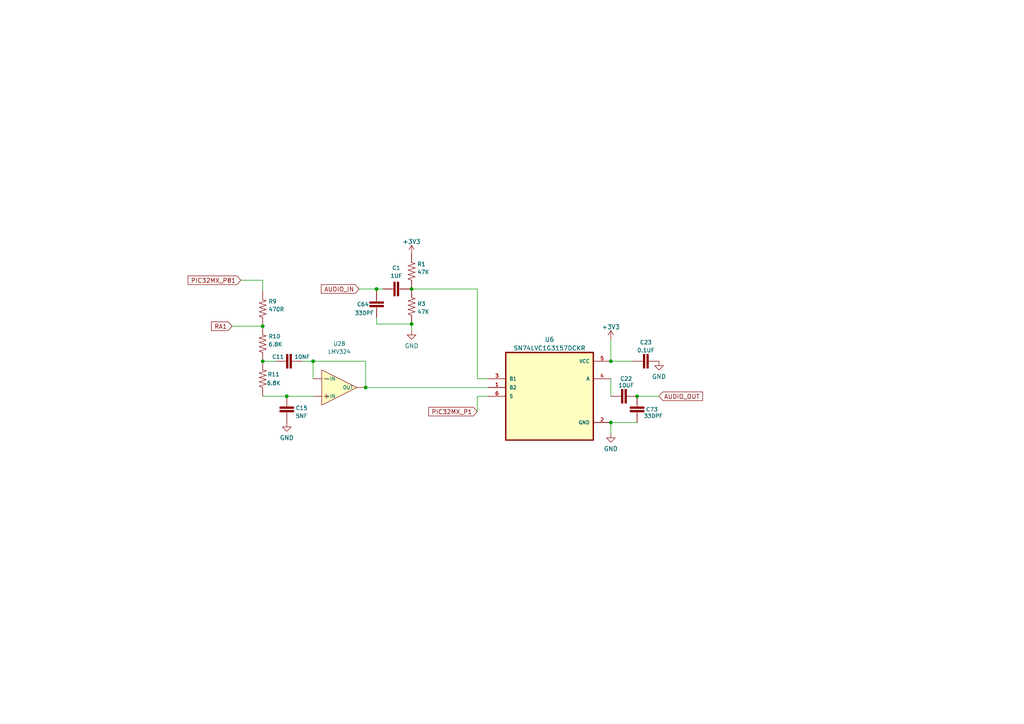
<source format=kicad_sch>
(kicad_sch (version 20211123) (generator eeschema)
  (paper "A4")
  (lib_symbols
    (symbol "Analog_Switch:SN74LVC1G3157DCKR" (pin_names (offset 1.016))
      (property "Reference" "U" (at -12.7 13.6906 0))
      (property "Value" "SN74LVC1G3157DCKR" (at -12.7 -16.6878 0))
      (symbol "SN74LVC1G3157DCKR_0_0"
        (rectangle (start -12.7 -12.7) (end 12.7 12.7) (stroke (width 0.4064)) (fill (type background)))
        (pin input line (at -17.78 2.54 0) (length 5.08) (name "B2") (number "1"))
        (pin power_in line (at 17.78 -7.62 180) (length 5.08) (name "GND") (number "2"))
        (pin input line (at -17.78 5.08 0) (length 5.08) (name "B1") (number "3"))
        (pin output line (at 17.78 5.08 180) (length 5.08) (name "A") (number "4"))
        (pin power_in line (at 17.78 10.16 180) (length 5.08) (name "VCC") (number "5"))
        (pin input line (at -17.78 0 0) (length 5.08) (name "S") (number "6"))
      )
    )
    (symbol "SparkFun-Capacitors:0.1UF-0402-16V-10%" (pin_numbers hide) (pin_names (offset 1.016) hide)
      (property "Reference" "C" (at 1.524 2.921 0))
      (property "Value" "0.1UF-0402-16V-10%" (at 1.524 -2.159 0))
      (property "Field4" "CAP-12416" (at 0 7.62 0))
      (symbol "0.1UF-0402-16V-10%_1_0"
        (polyline (pts (xy 0 0) (xy 0 0.508)))
        (polyline (pts (xy 0 2.54) (xy 0 2.032)))
      )
      (symbol "0.1UF-0402-16V-10%_1_1"
        (rectangle (start -2.032 0.508) (end 2.032 1.016) (fill (type outline)))
        (rectangle (start -2.032 1.524) (end 2.032 2.032) (fill (type outline)))
        (pin passive line (at 0 5.08 270) (length 2.54) (name "1") (number "1"))
        (pin passive line (at 0 -2.54 90) (length 2.54) (name "2") (number "2"))
      )
    )
    (symbol "SparkFun-Capacitors:1.0UF-0402-16V-10%" (pin_numbers hide) (pin_names (offset 1.016) hide)
      (property "Reference" "C" (at 1.524 2.921 0))
      (property "Value" "1.0UF-0402-16V-10%" (at 1.524 -2.159 0))
      (property "Field4" "CAP-12417" (at 0 7.62 0))
      (symbol "1.0UF-0402-16V-10%_1_0"
        (polyline (pts (xy 0 0) (xy 0 0.508)))
        (polyline (pts (xy 0 2.54) (xy 0 2.032)))
      )
      (symbol "1.0UF-0402-16V-10%_1_1"
        (rectangle (start -2.032 0.508) (end 2.032 1.016) (fill (type outline)))
        (rectangle (start -2.032 1.524) (end 2.032 2.032) (fill (type outline)))
        (pin passive line (at 0 5.08 270) (length 2.54) (name "1") (number "1"))
        (pin passive line (at 0 -2.54 90) (length 2.54) (name "2") (number "2"))
      )
    )
    (symbol "SparkFun-Capacitors:10UF-0603-6.3V-20%" (pin_numbers hide) (pin_names (offset 1.016) hide)
      (property "Reference" "C" (at 1.524 2.921 0))
      (property "Value" "10UF-0603-6.3V-20%" (at 1.524 -2.159 0))
      (property "Field4" "CAP-11015" (at 0 7.62 0))
      (symbol "10UF-0603-6.3V-20%_1_0"
        (polyline (pts (xy 0 0) (xy 0 0.508)))
        (polyline (pts (xy 0 2.54) (xy 0 2.032)))
      )
      (symbol "10UF-0603-6.3V-20%_1_1"
        (rectangle (start -2.032 0.508) (end 2.032 1.016) (fill (type outline)))
        (rectangle (start -2.032 1.524) (end 2.032 2.032) (fill (type outline)))
        (pin passive line (at 0 5.08 270) (length 2.54) (name "1") (number "1"))
        (pin passive line (at 0 -2.54 90) (length 2.54) (name "2") (number "2"))
      )
    )
    (symbol "SparkFun-IC-Amplifiers:LMV324" (pin_numbers hide) (pin_names (offset 1.016))
      (property "Reference" "U" (at 1.27 6.35 0))
      (property "Value" "LMV324" (at -5.08 -7.62 0))
      (property "Field4" "IC-08227" (at 0 10.16 0))
      (symbol "LMV324_1_0"
        (polyline (pts (xy -4.445 -2.54) (xy -3.175 -2.54)))
        (polyline (pts (xy -4.445 2.54) (xy -3.175 2.54)))
        (polyline (pts (xy -3.81 -1.905) (xy -3.81 -3.175)))
      )
      (symbol "LMV324_1_1"
        (polyline (pts (xy 5.08 0) (xy -5.08 5.08) (xy -5.08 -5.08) (xy 5.08 0)) (fill (type background)))
        (pin output line (at 7.62 0 180) (length 2.54) (name "OUT") (number "1"))
        (pin input line (at -7.62 2.54 0) (length 2.54) (name "-IN") (number "2"))
        (pin input line (at -7.62 -2.54 0) (length 2.54) (name "+IN") (number "3"))
      )
      (symbol "LMV324_2_0"
        (polyline (pts (xy -4.445 -2.54) (xy -3.175 -2.54)))
        (polyline (pts (xy -4.445 2.54) (xy -3.175 2.54)))
        (polyline (pts (xy -3.81 -1.905) (xy -3.81 -3.175)))
      )
      (symbol "LMV324_2_1"
        (polyline (pts (xy 5.08 0) (xy -5.08 5.08) (xy -5.08 -5.08) (xy 5.08 0)) (fill (type background)))
        (pin input line (at -7.62 -2.54 0) (length 2.54) (name "+IN") (number "10"))
        (pin output line (at 7.62 0 180) (length 2.54) (name "OUT") (number "8"))
        (pin input line (at -7.62 2.54 0) (length 2.54) (name "-IN") (number "9"))
      )
      (symbol "LMV324_3_0"
        (polyline (pts (xy -4.445 -2.54) (xy -3.175 -2.54)))
        (polyline (pts (xy -4.445 2.54) (xy -3.175 2.54)))
        (polyline (pts (xy -3.81 -1.905) (xy -3.81 -3.175)))
      )
      (symbol "LMV324_3_1"
        (polyline (pts (xy 5.08 0) (xy -5.08 5.08) (xy -5.08 -5.08) (xy 5.08 0)) (fill (type background)))
        (pin input line (at -7.62 -2.54 0) (length 2.54) (name "+IN") (number "5"))
        (pin input line (at -7.62 2.54 0) (length 2.54) (name "-IN") (number "6"))
        (pin output line (at 7.62 0 180) (length 2.54) (name "OUT") (number "7"))
      )
      (symbol "LMV324_4_0"
        (polyline (pts (xy -4.445 -2.54) (xy -3.175 -2.54)))
        (polyline (pts (xy -4.445 2.54) (xy -3.175 2.54)))
        (polyline (pts (xy -3.81 -1.905) (xy -3.81 -3.175)))
      )
      (symbol "LMV324_4_1"
        (polyline (pts (xy 5.08 0) (xy -5.08 5.08) (xy -5.08 -5.08) (xy 5.08 0)) (fill (type background)))
        (pin input line (at -7.62 -2.54 0) (length 2.54) (name "+IN") (number "12"))
        (pin input line (at -7.62 2.54 0) (length 2.54) (name "-IN") (number "13"))
        (pin output line (at 7.62 0 180) (length 2.54) (name "OUT") (number "14"))
      )
      (symbol "LMV324_5_0"
        (text "VCC" (at 0.3048 3.937 0) (effects (font (size 1.016 1.016))))
        (text "VEE" (at 0.3048 -4.191 0) (effects (font (size 1.016 1.016))))
      )
      (symbol "LMV324_5_1"
        (polyline (pts (xy -2.54 5.08) (xy 2.54 5.08) (xy 2.54 -5.08) (xy -2.54 -5.08) (xy -2.54 5.08)) (fill (type background)))
        (pin bidirectional line (at 0 -7.62 90) (length 2.54) (name "P$V-") (number "11"))
        (pin bidirectional line (at 0 7.62 270) (length 2.54) (name "P$V+") (number "4"))
      )
    )
    (symbol "SparkFun-Resistors:RESISTOR0402" (pin_numbers hide) (pin_names (offset 1.016) hide)
      (property "Reference" "R" (at -5.08 1.27 0))
      (property "Value" "RESISTOR0402" (at -5.08 -3.81 0))
      (property "Field4" " " (at 0 5.08 0))
      (symbol "RESISTOR0402_1_0"
        (polyline (pts (xy -2.54 0) (xy -2.159 1.016)))
        (polyline (pts (xy -2.159 1.016) (xy -1.524 -1.016)))
        (polyline (pts (xy -1.524 -1.016) (xy -0.889 1.016)))
        (polyline (pts (xy -0.889 1.016) (xy -0.254 -1.016)))
        (polyline (pts (xy -0.254 -1.016) (xy 0.381 1.016)))
        (polyline (pts (xy 0.381 1.016) (xy 1.016 -1.016)))
        (polyline (pts (xy 1.016 -1.016) (xy 1.651 1.016)))
        (polyline (pts (xy 1.651 1.016) (xy 2.286 -1.016)))
        (polyline (pts (xy 2.286 -1.016) (xy 2.54 0)))
      )
      (symbol "RESISTOR0402_1_1"
        (pin passive line (at -5.08 0 0) (length 2.54) (name "1") (number "1"))
        (pin passive line (at 5.08 0 180) (length 2.54) (name "2") (number "2"))
      )
    )
    (symbol "power:+3V3" (power) (pin_names (offset 0))
      (property "Value" "+3V3" (at 0 3.556 0))
      (symbol "+3V3_0_1"
        (polyline (pts (xy -0.762 1.27) (xy 0 2.54)))
        (polyline (pts (xy 0 0) (xy 0 2.54)))
        (polyline (pts (xy 0 2.54) (xy 0.762 1.27)))
      )
      (symbol "+3V3_1_1"
        (pin power_in line (at 0 0 90) (length 0) hide (name "+3V3") (number "1"))
      )
    )
    (symbol "power:GND" (power) (pin_names (offset 0))
      (property "Value" "GND" (at 0 -3.81 0))
      (symbol "GND_0_1"
        (polyline (pts (xy 0 0) (xy 0 -1.27) (xy 1.27 -1.27) (xy 0 -2.54) (xy -1.27 -1.27) (xy 0 -1.27)))
      )
      (symbol "GND_1_1"
        (pin power_in line (at 0 0 270) (length 0) hide (name "GND") (number "1"))
      )
    )
  )
  (junction (at 184.785 114.935))
  (junction (at 106.045 112.395))
  (junction (at 109.22 83.82))
  (junction (at 76.2 104.775))
  (junction (at 119.38 93.98))
  (junction (at 119.38 83.82))
  (junction (at 177.165 104.775))
  (junction (at 83.185 114.935))
  (junction (at 90.805 104.775))
  (junction (at 76.2 94.615))
  (junction (at 177.165 122.555))
  (wire (pts (xy 184.785 114.935) (xy 191.135 114.935)))
  (wire (pts (xy 184.785 122.555) (xy 177.165 122.555)))
  (wire (pts (xy 67.31 94.615) (xy 76.2 94.615)))
  (wire (pts (xy 87.63 104.775) (xy 90.805 104.775)))
  (wire (pts (xy 80.01 104.775) (xy 76.2 104.775)))
  (wire (pts (xy 118.745 83.82) (xy 119.38 83.82)))
  (wire (pts (xy 109.22 84.455) (xy 109.22 83.82)))
  (wire (pts (xy 138.43 109.855) (xy 141.605 109.855)))
  (wire (pts (xy 177.165 109.855) (xy 177.165 114.935)))
  (wire (pts (xy 109.22 93.98) (xy 119.38 93.98)))
  (wire (pts (xy 138.43 119.38) (xy 138.43 114.935)))
  (wire (pts (xy 90.805 109.855) (xy 90.805 104.775)))
  (wire (pts (xy 76.2 114.935) (xy 83.185 114.935)))
  (wire (pts (xy 104.14 83.82) (xy 109.22 83.82)))
  (wire (pts (xy 83.185 114.935) (xy 90.805 114.935)))
  (wire (pts (xy 138.43 83.82) (xy 138.43 109.855)))
  (wire (pts (xy 69.85 81.28) (xy 76.2 81.28)))
  (wire (pts (xy 177.165 104.775) (xy 183.515 104.775)))
  (wire (pts (xy 138.43 114.935) (xy 141.605 114.935)))
  (wire (pts (xy 177.165 125.73) (xy 177.165 122.555)))
  (wire (pts (xy 90.805 104.775) (xy 106.045 104.775)))
  (wire (pts (xy 119.38 93.98) (xy 119.38 95.885)))
  (wire (pts (xy 106.045 112.395) (xy 141.605 112.395)))
  (wire (pts (xy 109.22 83.82) (xy 111.125 83.82)))
  (wire (pts (xy 76.2 81.28) (xy 76.2 84.455)))
  (wire (pts (xy 119.38 83.82) (xy 138.43 83.82)))
  (wire (pts (xy 106.045 104.775) (xy 106.045 112.395)))
  (wire (pts (xy 177.165 98.425) (xy 177.165 104.775)))
  (wire (pts (xy 109.22 92.075) (xy 109.22 93.98)))
  (global_label "AUDIO_IN" (shape input) (at 104.14 83.82 180) (property "Intersheet References" "${INTERSHEET_REFS}" (effects hide)))
  (global_label "PIC32MX_P1" (shape input) (at 138.43 119.38 180) (property "Intersheet References" "${INTERSHEET_REFS}" (effects hide)))
  (global_label "PIC32MX_P81" (shape input) (at 69.85 81.28 180) (property "Intersheet References" "${INTERSHEET_REFS}" (effects hide)))
  (global_label "AUDIO_OUT" (shape input) (at 191.135 114.935 0) (property "Intersheet References" "${INTERSHEET_REFS}" (effects hide)))
  (global_label "RA1" (shape input) (at 67.31 94.615 180) (property "Intersheet References" "${INTERSHEET_REFS}" (effects hide)))
  (symbol (lib_id "SparkFun-Resistors:RESISTOR0402") (at 119.38 78.74 90) (unit 1)
    (property "Reference" "R1" (at 121.031 76.6095 90) (effects (font (size 1.143 1.143)) (justify right)))
    (property "Value" "47K" (at 121.031 78.9181 90) (effects (font (size 1.143 1.143)) (justify right)))
    (property "Footprint" "Resistor_SMD:R_0402_1005Metric" (effects hide))
    (property "Field4" " " (at 121.031 81.5691 90) (effects (font (size 1.524 1.524)) (justify right)))
  )
  (symbol (lib_id "power:GND") (at 83.185 122.555 0) (unit 1)
    (property "Reference" "#PWR0132" (effects hide))
    (property "Value" "GND" (at 83.185 126.9984 0))
  )
  (symbol (lib_id "SparkFun-Resistors:RESISTOR0402") (at 76.2 89.535 90) (unit 1)
    (property "Reference" "R9" (at 77.851 87.4045 90) (effects (font (size 1.143 1.143)) (justify right)))
    (property "Value" "470R" (at 77.851 89.7131 90) (effects (font (size 1.143 1.143)) (justify right)))
    (property "Footprint" "Resistor_SMD:R_0402_1005Metric" (effects hide))
    (property "Field4" " " (at 77.851 92.3641 90) (effects (font (size 1.524 1.524)) (justify right)))
  )
  (symbol (lib_id "power:+3V3") (at 177.165 98.425 0) (unit 1)
    (property "Reference" "#PWR0128" (effects hide))
    (property "Value" "+3V3" (at 177.165 94.8492 0))
  )
  (symbol (lib_id "power:GND") (at 191.135 104.775 0) (unit 1)
    (property "Reference" "#PWR0127" (effects hide))
    (property "Value" "GND" (at 191.135 109.2184 0))
  )
  (symbol (lib_id "SparkFun-Capacitors:1.0UF-0402-16V-10%") (at 109.22 89.535 0) (unit 1)
    (property "Reference" "C64" (at 103.505 88.265 0) (effects (font (size 1.143 1.143)) (justify left)))
    (property "Value" "330PF" (at 102.87 90.805 0) (effects (font (size 1.143 1.143)) (justify left)))
    (property "Footprint" "Capacitor_SMD:C_0402_1005Metric" (effects hide))
  )
  (symbol (lib_id "SparkFun-Capacitors:0.1UF-0402-16V-10%") (at 184.785 117.475 180) (unit 1)
    (property "Reference" "C73" (at 187.325 118.745 0) (effects (font (size 1.143 1.143)) (justify right)))
    (property "Value" "330PF" (at 186.69 120.65 0) (effects (font (size 1.143 1.143)) (justify right)))
    (property "Footprint" "Capacitor_SMD:C_0402_1005Metric" (effects hide))
  )
  (symbol (lib_id "SparkFun-Capacitors:0.1UF-0402-16V-10%") (at 85.09 104.775 90) (unit 1)
    (property "Reference" "C11" (at 80.645 103.505 90) (effects (font (size 1.143 1.143))))
    (property "Value" "10NF" (at 87.63 103.505 90) (effects (font (size 1.143 1.143))))
    (property "Footprint" "Capacitor_SMD:C_0402_1005Metric" (effects hide))
  )
  (symbol (lib_id "SparkFun-Capacitors:0.1UF-0402-16V-10%") (at 188.595 104.775 90) (unit 1)
    (property "Reference" "C23" (at 187.325 99.2914 90) (effects (font (size 1.143 1.143))))
    (property "Value" "0.1UF" (at 187.325 101.6 90) (effects (font (size 1.143 1.143))))
    (property "Footprint" "Capacitor_SMD:C_0402_1005Metric" (effects hide))
  )
  (symbol (lib_id "power:GND") (at 177.165 125.73 0) (unit 1)
    (property "Reference" "#PWR0126" (effects hide))
    (property "Value" "GND" (at 177.165 130.1734 0))
  )
  (symbol (lib_id "SparkFun-Capacitors:0.1UF-0402-16V-10%") (at 83.185 120.015 0) (unit 1)
    (property "Reference" "C15" (at 85.725 118.3414 0) (effects (font (size 1.143 1.143)) (justify left)))
    (property "Value" "5NF" (at 85.725 120.65 0) (effects (font (size 1.143 1.143)) (justify left)))
    (property "Footprint" "Capacitor_SMD:C_0402_1005Metric" (effects hide))
  )
  (symbol (lib_id "SparkFun-IC-Amplifiers:LMV324") (at 98.425 112.395 0) (unit 2)
    (property "Reference" "U2" (at 98.425 99.695 0) (effects (font (size 1.143 1.143))))
    (property "Value" "LMV324" (at 98.425 102.0036 0) (effects (font (size 1.143 1.143))))
    (property "Footprint" "Package_SO:TSSOP-14_4.4x5mm_P0.65mm" (effects hide))
  )
  (symbol (lib_id "SparkFun-Capacitors:10UF-0603-6.3V-20%") (at 182.245 114.935 90) (unit 1)
    (property "Reference" "C22" (at 181.61 109.855 90) (effects (font (size 1.143 1.143))))
    (property "Value" "10UF" (at 181.61 111.76 90) (effects (font (size 1.143 1.143))))
    (property "Footprint" "Capacitor_SMD:C_0603_1608Metric" (effects hide))
  )
  (symbol (lib_id "power:+3V3") (at 119.38 73.66 0) (unit 1)
    (property "Reference" "#PWR0130" (effects hide))
    (property "Value" "+3V3" (at 119.38 70.0842 0))
  )
  (symbol (lib_id "SparkFun-Resistors:RESISTOR0402") (at 119.38 88.9 90) (unit 1)
    (property "Reference" "R3" (at 121.031 88.1361 90) (effects (font (size 1.143 1.143)) (justify right)))
    (property "Value" "47K" (at 121.031 90.4447 90) (effects (font (size 1.143 1.143)) (justify right)))
    (property "Footprint" "Resistor_SMD:R_0402_1005Metric" (effects hide))
  )
  (symbol (lib_id "SparkFun-Resistors:RESISTOR0402") (at 76.2 109.855 90) (unit 1)
    (property "Reference" "R11" (at 79.375 108.585 90) (effects (font (size 1.143 1.143))))
    (property "Value" "6.8K" (at 79.375 111.125 90) (effects (font (size 1.143 1.143))))
    (property "Footprint" "Resistor_SMD:R_0402_1005Metric" (effects hide))
    (property "Field4" " " (at 76.0796 107.315 0) (effects (font (size 1.524 1.524))))
  )
  (symbol (lib_id "power:GND") (at 119.38 95.885 0) (unit 1)
    (property "Reference" "#PWR0131" (effects hide))
    (property "Value" "GND" (at 119.38 100.3284 0))
  )
  (symbol (lib_id "Analog_Switch:SN74LVC1G3157DCKR") (at 159.385 114.935 0) (unit 1)
    (property "Reference" "U6" (at 159.385 98.459 0))
    (property "Value" "SN74LVC1G3157DCKR" (at 159.385 100.9959 0))
    (property "Footprint" "Package_TO_SOT_SMD:Texas_R-PDSO-G6" (effects hide))
  )
  (symbol (lib_id "SparkFun-Resistors:RESISTOR0402") (at 76.2 99.695 90) (unit 1)
    (property "Reference" "R10" (at 77.851 97.5645 90) (effects (font (size 1.143 1.143)) (justify right)))
    (property "Value" "6.8K" (at 77.851 99.8731 90) (effects (font (size 1.143 1.143)) (justify right)))
    (property "Footprint" "Resistor_SMD:R_0402_1005Metric" (effects hide))
    (property "Field4" " " (at 77.851 102.5241 90) (effects (font (size 1.524 1.524)) (justify right)))
  )
  (symbol (lib_id "SparkFun-Capacitors:10UF-0603-6.3V-20%") (at 116.205 83.82 90) (unit 1)
    (property "Reference" "C1" (at 114.935 77.7014 90) (effects (font (size 1.143 1.143))))
    (property "Value" "1UF" (at 114.935 80.01 90) (effects (font (size 1.143 1.143))))
    (property "Footprint" "Capacitor_SMD:C_0603_1608Metric" (effects hide))
  )
)
</source>
